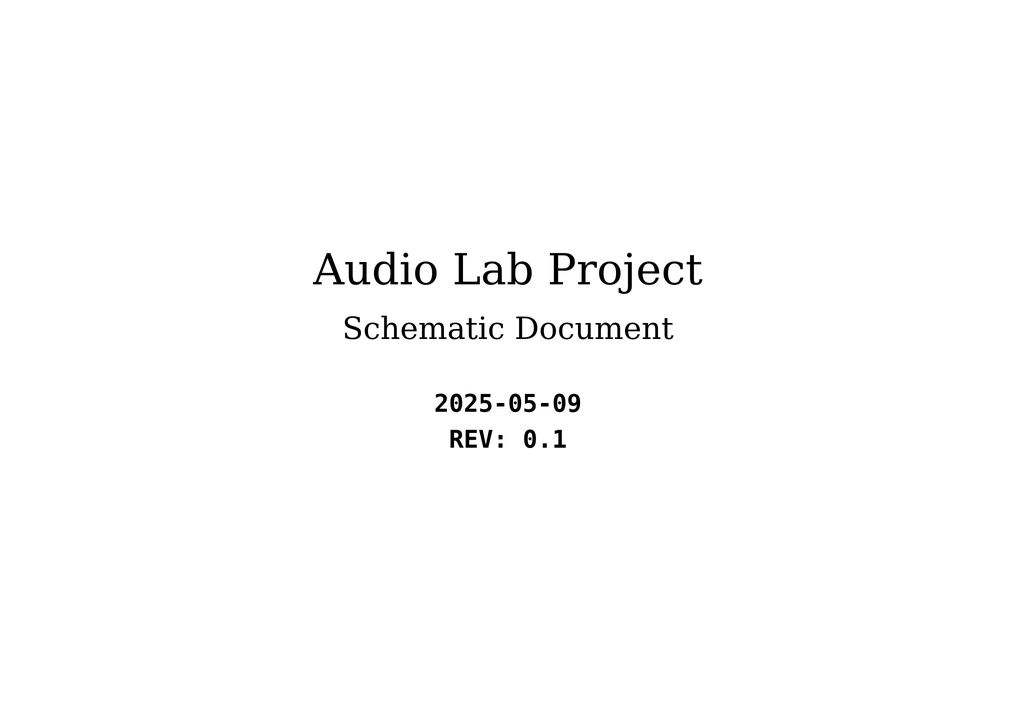
<source format=kicad_sch>
(kicad_sch
	(version 20250114)
	(generator "eeschema")
	(generator_version "9.0")
	(uuid "38008a26-bb94-4057-a197-3d26cc435978")
	(paper "A4")
	(lib_symbols)
	(text "2025-05-09"
		(exclude_from_sim no)
		(at 147.32 118.872 0)
		(effects
			(font
				(face "Courier New")
				(size 5.08 5.08)
				(thickness 0.508)
				(bold yes)
				(color 0 0 0 1)
			)
		)
		(uuid "5406f030-18d7-48e9-974e-0998c451d779")
	)
	(text "Schematic Document\n"
		(exclude_from_sim no)
		(at 147.32 97.536 0)
		(effects
			(font
				(face "Times New Roman")
				(size 6.35 6.35)
				(color 0 0 0 1)
			)
		)
		(uuid "68fda99a-cd6f-40d2-9e06-d63cc8a35415")
	)
	(text "REV: 0.1"
		(exclude_from_sim no)
		(at 147.32 129.286 0)
		(effects
			(font
				(face "Courier New")
				(size 5.08 5.08)
				(bold yes)
				(color 0 0 0 1)
			)
		)
		(uuid "8209d00a-02b3-4584-8a3c-17be57bdee2a")
	)
	(text "Audio Lab Project"
		(exclude_from_sim no)
		(at 147.32 81.28 0)
		(effects
			(font
				(face "Times New Roman")
				(size 8.89 8.89)
				(color 0 0 0 1)
			)
		)
		(uuid "8f0d2495-372a-4577-9d8e-4b6cd2fce27d")
	)
)

</source>
